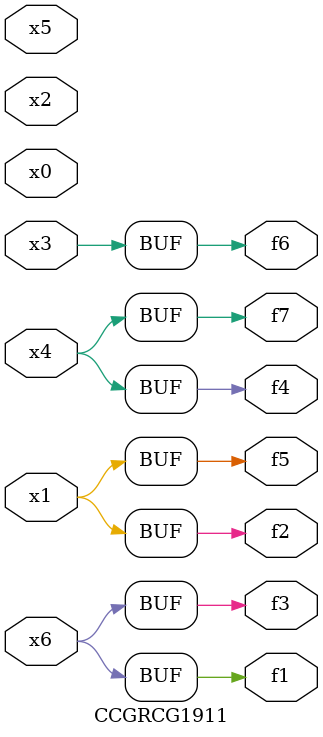
<source format=v>
module CCGRCG1911(
	input x0, x1, x2, x3, x4, x5, x6,
	output f1, f2, f3, f4, f5, f6, f7
);
	assign f1 = x6;
	assign f2 = x1;
	assign f3 = x6;
	assign f4 = x4;
	assign f5 = x1;
	assign f6 = x3;
	assign f7 = x4;
endmodule

</source>
